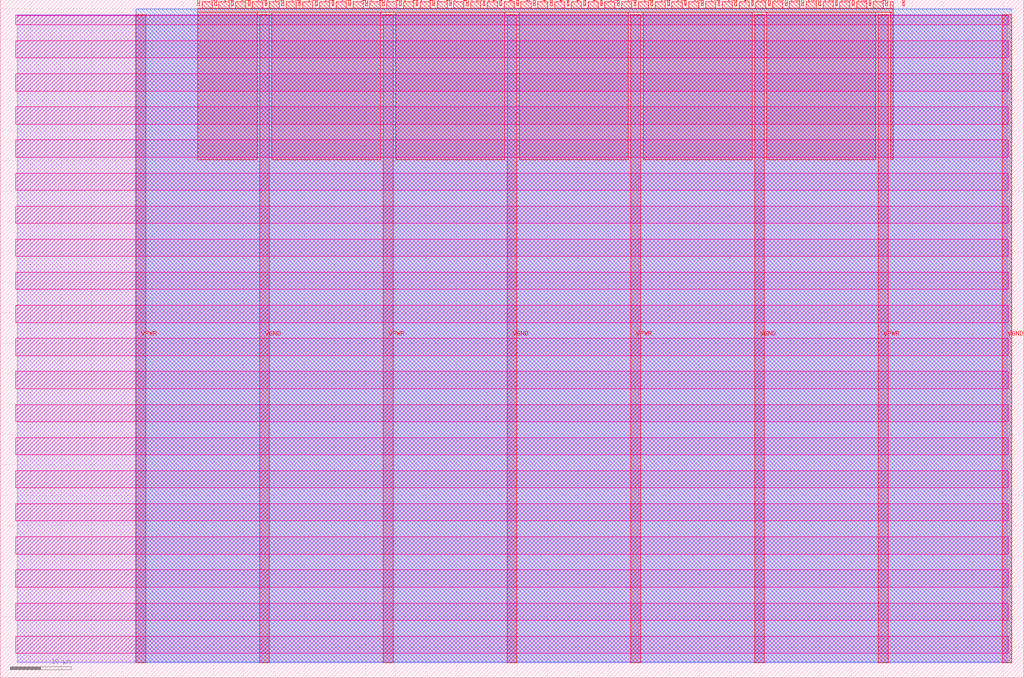
<source format=lef>
VERSION 5.7 ;
  NOWIREEXTENSIONATPIN ON ;
  DIVIDERCHAR "/" ;
  BUSBITCHARS "[]" ;
MACRO tt_um_sap_1
  CLASS BLOCK ;
  FOREIGN tt_um_sap_1 ;
  ORIGIN 0.000 0.000 ;
  SIZE 168.360 BY 111.520 ;
  PIN VGND
    DIRECTION INOUT ;
    USE GROUND ;
    PORT
      LAYER met4 ;
        RECT 42.670 2.480 44.270 109.040 ;
    END
    PORT
      LAYER met4 ;
        RECT 83.380 2.480 84.980 109.040 ;
    END
    PORT
      LAYER met4 ;
        RECT 124.090 2.480 125.690 109.040 ;
    END
    PORT
      LAYER met4 ;
        RECT 164.800 2.480 166.400 109.040 ;
    END
  END VGND
  PIN VPWR
    DIRECTION INOUT ;
    USE POWER ;
    PORT
      LAYER met4 ;
        RECT 22.315 2.480 23.915 109.040 ;
    END
    PORT
      LAYER met4 ;
        RECT 63.025 2.480 64.625 109.040 ;
    END
    PORT
      LAYER met4 ;
        RECT 103.735 2.480 105.335 109.040 ;
    END
    PORT
      LAYER met4 ;
        RECT 144.445 2.480 146.045 109.040 ;
    END
  END VPWR
  PIN clk
    DIRECTION INPUT ;
    USE SIGNAL ;
    ANTENNAGATEAREA 0.852000 ;
    PORT
      LAYER met4 ;
        RECT 145.670 110.520 145.970 111.520 ;
    END
  END clk
  PIN ena
    DIRECTION INPUT ;
    USE SIGNAL ;
    PORT
      LAYER met4 ;
        RECT 148.430 110.520 148.730 111.520 ;
    END
  END ena
  PIN rst_n
    DIRECTION INPUT ;
    USE SIGNAL ;
    ANTENNAGATEAREA 0.159000 ;
    PORT
      LAYER met4 ;
        RECT 142.910 110.520 143.210 111.520 ;
    END
  END rst_n
  PIN ui_in[0]
    DIRECTION INPUT ;
    USE SIGNAL ;
    PORT
      LAYER met4 ;
        RECT 140.150 110.520 140.450 111.520 ;
    END
  END ui_in[0]
  PIN ui_in[1]
    DIRECTION INPUT ;
    USE SIGNAL ;
    PORT
      LAYER met4 ;
        RECT 137.390 110.520 137.690 111.520 ;
    END
  END ui_in[1]
  PIN ui_in[2]
    DIRECTION INPUT ;
    USE SIGNAL ;
    PORT
      LAYER met4 ;
        RECT 134.630 110.520 134.930 111.520 ;
    END
  END ui_in[2]
  PIN ui_in[3]
    DIRECTION INPUT ;
    USE SIGNAL ;
    PORT
      LAYER met4 ;
        RECT 131.870 110.520 132.170 111.520 ;
    END
  END ui_in[3]
  PIN ui_in[4]
    DIRECTION INPUT ;
    USE SIGNAL ;
    PORT
      LAYER met4 ;
        RECT 129.110 110.520 129.410 111.520 ;
    END
  END ui_in[4]
  PIN ui_in[5]
    DIRECTION INPUT ;
    USE SIGNAL ;
    PORT
      LAYER met4 ;
        RECT 126.350 110.520 126.650 111.520 ;
    END
  END ui_in[5]
  PIN ui_in[6]
    DIRECTION INPUT ;
    USE SIGNAL ;
    PORT
      LAYER met4 ;
        RECT 123.590 110.520 123.890 111.520 ;
    END
  END ui_in[6]
  PIN ui_in[7]
    DIRECTION INPUT ;
    USE SIGNAL ;
    PORT
      LAYER met4 ;
        RECT 120.830 110.520 121.130 111.520 ;
    END
  END ui_in[7]
  PIN uio_in[0]
    DIRECTION INPUT ;
    USE SIGNAL ;
    PORT
      LAYER met4 ;
        RECT 118.070 110.520 118.370 111.520 ;
    END
  END uio_in[0]
  PIN uio_in[1]
    DIRECTION INPUT ;
    USE SIGNAL ;
    PORT
      LAYER met4 ;
        RECT 115.310 110.520 115.610 111.520 ;
    END
  END uio_in[1]
  PIN uio_in[2]
    DIRECTION INPUT ;
    USE SIGNAL ;
    PORT
      LAYER met4 ;
        RECT 112.550 110.520 112.850 111.520 ;
    END
  END uio_in[2]
  PIN uio_in[3]
    DIRECTION INPUT ;
    USE SIGNAL ;
    PORT
      LAYER met4 ;
        RECT 109.790 110.520 110.090 111.520 ;
    END
  END uio_in[3]
  PIN uio_in[4]
    DIRECTION INPUT ;
    USE SIGNAL ;
    PORT
      LAYER met4 ;
        RECT 107.030 110.520 107.330 111.520 ;
    END
  END uio_in[4]
  PIN uio_in[5]
    DIRECTION INPUT ;
    USE SIGNAL ;
    PORT
      LAYER met4 ;
        RECT 104.270 110.520 104.570 111.520 ;
    END
  END uio_in[5]
  PIN uio_in[6]
    DIRECTION INPUT ;
    USE SIGNAL ;
    PORT
      LAYER met4 ;
        RECT 101.510 110.520 101.810 111.520 ;
    END
  END uio_in[6]
  PIN uio_in[7]
    DIRECTION INPUT ;
    USE SIGNAL ;
    PORT
      LAYER met4 ;
        RECT 98.750 110.520 99.050 111.520 ;
    END
  END uio_in[7]
  PIN uio_oe[0]
    DIRECTION OUTPUT TRISTATE ;
    USE SIGNAL ;
    PORT
      LAYER met4 ;
        RECT 51.830 110.520 52.130 111.520 ;
    END
  END uio_oe[0]
  PIN uio_oe[1]
    DIRECTION OUTPUT TRISTATE ;
    USE SIGNAL ;
    PORT
      LAYER met4 ;
        RECT 49.070 110.520 49.370 111.520 ;
    END
  END uio_oe[1]
  PIN uio_oe[2]
    DIRECTION OUTPUT TRISTATE ;
    USE SIGNAL ;
    PORT
      LAYER met4 ;
        RECT 46.310 110.520 46.610 111.520 ;
    END
  END uio_oe[2]
  PIN uio_oe[3]
    DIRECTION OUTPUT TRISTATE ;
    USE SIGNAL ;
    PORT
      LAYER met4 ;
        RECT 43.550 110.520 43.850 111.520 ;
    END
  END uio_oe[3]
  PIN uio_oe[4]
    DIRECTION OUTPUT TRISTATE ;
    USE SIGNAL ;
    PORT
      LAYER met4 ;
        RECT 40.790 110.520 41.090 111.520 ;
    END
  END uio_oe[4]
  PIN uio_oe[5]
    DIRECTION OUTPUT TRISTATE ;
    USE SIGNAL ;
    PORT
      LAYER met4 ;
        RECT 38.030 110.520 38.330 111.520 ;
    END
  END uio_oe[5]
  PIN uio_oe[6]
    DIRECTION OUTPUT TRISTATE ;
    USE SIGNAL ;
    PORT
      LAYER met4 ;
        RECT 35.270 110.520 35.570 111.520 ;
    END
  END uio_oe[6]
  PIN uio_oe[7]
    DIRECTION OUTPUT TRISTATE ;
    USE SIGNAL ;
    PORT
      LAYER met4 ;
        RECT 32.510 110.520 32.810 111.520 ;
    END
  END uio_oe[7]
  PIN uio_out[0]
    DIRECTION OUTPUT TRISTATE ;
    USE SIGNAL ;
    PORT
      LAYER met4 ;
        RECT 73.910 110.520 74.210 111.520 ;
    END
  END uio_out[0]
  PIN uio_out[1]
    DIRECTION OUTPUT TRISTATE ;
    USE SIGNAL ;
    PORT
      LAYER met4 ;
        RECT 71.150 110.520 71.450 111.520 ;
    END
  END uio_out[1]
  PIN uio_out[2]
    DIRECTION OUTPUT TRISTATE ;
    USE SIGNAL ;
    PORT
      LAYER met4 ;
        RECT 68.390 110.520 68.690 111.520 ;
    END
  END uio_out[2]
  PIN uio_out[3]
    DIRECTION OUTPUT TRISTATE ;
    USE SIGNAL ;
    PORT
      LAYER met4 ;
        RECT 65.630 110.520 65.930 111.520 ;
    END
  END uio_out[3]
  PIN uio_out[4]
    DIRECTION OUTPUT TRISTATE ;
    USE SIGNAL ;
    PORT
      LAYER met4 ;
        RECT 62.870 110.520 63.170 111.520 ;
    END
  END uio_out[4]
  PIN uio_out[5]
    DIRECTION OUTPUT TRISTATE ;
    USE SIGNAL ;
    PORT
      LAYER met4 ;
        RECT 60.110 110.520 60.410 111.520 ;
    END
  END uio_out[5]
  PIN uio_out[6]
    DIRECTION OUTPUT TRISTATE ;
    USE SIGNAL ;
    PORT
      LAYER met4 ;
        RECT 57.350 110.520 57.650 111.520 ;
    END
  END uio_out[6]
  PIN uio_out[7]
    DIRECTION OUTPUT TRISTATE ;
    USE SIGNAL ;
    PORT
      LAYER met4 ;
        RECT 54.590 110.520 54.890 111.520 ;
    END
  END uio_out[7]
  PIN uo_out[0]
    DIRECTION OUTPUT TRISTATE ;
    USE SIGNAL ;
    ANTENNAGATEAREA 0.504000 ;
    ANTENNADIFFAREA 0.891000 ;
    PORT
      LAYER met4 ;
        RECT 95.990 110.520 96.290 111.520 ;
    END
  END uo_out[0]
  PIN uo_out[1]
    DIRECTION OUTPUT TRISTATE ;
    USE SIGNAL ;
    ANTENNAGATEAREA 0.504000 ;
    ANTENNADIFFAREA 0.891000 ;
    PORT
      LAYER met4 ;
        RECT 93.230 110.520 93.530 111.520 ;
    END
  END uo_out[1]
  PIN uo_out[2]
    DIRECTION OUTPUT TRISTATE ;
    USE SIGNAL ;
    ANTENNAGATEAREA 0.504000 ;
    ANTENNADIFFAREA 0.891000 ;
    PORT
      LAYER met4 ;
        RECT 90.470 110.520 90.770 111.520 ;
    END
  END uo_out[2]
  PIN uo_out[3]
    DIRECTION OUTPUT TRISTATE ;
    USE SIGNAL ;
    ANTENNAGATEAREA 0.504000 ;
    ANTENNADIFFAREA 0.891000 ;
    PORT
      LAYER met4 ;
        RECT 87.710 110.520 88.010 111.520 ;
    END
  END uo_out[3]
  PIN uo_out[4]
    DIRECTION OUTPUT TRISTATE ;
    USE SIGNAL ;
    ANTENNAGATEAREA 0.378000 ;
    ANTENNADIFFAREA 0.891000 ;
    PORT
      LAYER met4 ;
        RECT 84.950 110.520 85.250 111.520 ;
    END
  END uo_out[4]
  PIN uo_out[5]
    DIRECTION OUTPUT TRISTATE ;
    USE SIGNAL ;
    ANTENNAGATEAREA 0.378000 ;
    ANTENNADIFFAREA 0.891000 ;
    PORT
      LAYER met4 ;
        RECT 82.190 110.520 82.490 111.520 ;
    END
  END uo_out[5]
  PIN uo_out[6]
    DIRECTION OUTPUT TRISTATE ;
    USE SIGNAL ;
    ANTENNAGATEAREA 0.378000 ;
    ANTENNADIFFAREA 0.891000 ;
    PORT
      LAYER met4 ;
        RECT 79.430 110.520 79.730 111.520 ;
    END
  END uo_out[6]
  PIN uo_out[7]
    DIRECTION OUTPUT TRISTATE ;
    USE SIGNAL ;
    ANTENNAGATEAREA 0.378000 ;
    ANTENNADIFFAREA 0.891000 ;
    PORT
      LAYER met4 ;
        RECT 76.670 110.520 76.970 111.520 ;
    END
  END uo_out[7]
  OBS
      LAYER nwell ;
        RECT 2.570 107.385 165.790 108.990 ;
        RECT 2.570 101.945 165.790 104.775 ;
        RECT 2.570 96.505 165.790 99.335 ;
        RECT 2.570 91.065 165.790 93.895 ;
        RECT 2.570 85.625 165.790 88.455 ;
        RECT 2.570 80.185 165.790 83.015 ;
        RECT 2.570 74.745 165.790 77.575 ;
        RECT 2.570 69.305 165.790 72.135 ;
        RECT 2.570 63.865 165.790 66.695 ;
        RECT 2.570 58.425 165.790 61.255 ;
        RECT 2.570 52.985 165.790 55.815 ;
        RECT 2.570 47.545 165.790 50.375 ;
        RECT 2.570 42.105 165.790 44.935 ;
        RECT 2.570 36.665 165.790 39.495 ;
        RECT 2.570 31.225 165.790 34.055 ;
        RECT 2.570 25.785 165.790 28.615 ;
        RECT 2.570 20.345 165.790 23.175 ;
        RECT 2.570 14.905 165.790 17.735 ;
        RECT 2.570 9.465 165.790 12.295 ;
        RECT 2.570 4.025 165.790 6.855 ;
      LAYER li1 ;
        RECT 2.760 2.635 165.600 108.885 ;
      LAYER met1 ;
        RECT 2.760 2.480 166.400 109.040 ;
      LAYER met2 ;
        RECT 22.345 2.535 166.370 110.005 ;
      LAYER met3 ;
        RECT 22.325 2.555 166.390 109.985 ;
      LAYER met4 ;
        RECT 33.210 110.120 34.870 111.170 ;
        RECT 35.970 110.120 37.630 111.170 ;
        RECT 38.730 110.120 40.390 111.170 ;
        RECT 41.490 110.120 43.150 111.170 ;
        RECT 44.250 110.120 45.910 111.170 ;
        RECT 47.010 110.120 48.670 111.170 ;
        RECT 49.770 110.120 51.430 111.170 ;
        RECT 52.530 110.120 54.190 111.170 ;
        RECT 55.290 110.120 56.950 111.170 ;
        RECT 58.050 110.120 59.710 111.170 ;
        RECT 60.810 110.120 62.470 111.170 ;
        RECT 63.570 110.120 65.230 111.170 ;
        RECT 66.330 110.120 67.990 111.170 ;
        RECT 69.090 110.120 70.750 111.170 ;
        RECT 71.850 110.120 73.510 111.170 ;
        RECT 74.610 110.120 76.270 111.170 ;
        RECT 77.370 110.120 79.030 111.170 ;
        RECT 80.130 110.120 81.790 111.170 ;
        RECT 82.890 110.120 84.550 111.170 ;
        RECT 85.650 110.120 87.310 111.170 ;
        RECT 88.410 110.120 90.070 111.170 ;
        RECT 91.170 110.120 92.830 111.170 ;
        RECT 93.930 110.120 95.590 111.170 ;
        RECT 96.690 110.120 98.350 111.170 ;
        RECT 99.450 110.120 101.110 111.170 ;
        RECT 102.210 110.120 103.870 111.170 ;
        RECT 104.970 110.120 106.630 111.170 ;
        RECT 107.730 110.120 109.390 111.170 ;
        RECT 110.490 110.120 112.150 111.170 ;
        RECT 113.250 110.120 114.910 111.170 ;
        RECT 116.010 110.120 117.670 111.170 ;
        RECT 118.770 110.120 120.430 111.170 ;
        RECT 121.530 110.120 123.190 111.170 ;
        RECT 124.290 110.120 125.950 111.170 ;
        RECT 127.050 110.120 128.710 111.170 ;
        RECT 129.810 110.120 131.470 111.170 ;
        RECT 132.570 110.120 134.230 111.170 ;
        RECT 135.330 110.120 136.990 111.170 ;
        RECT 138.090 110.120 139.750 111.170 ;
        RECT 140.850 110.120 142.510 111.170 ;
        RECT 143.610 110.120 145.270 111.170 ;
        RECT 146.370 110.120 146.905 111.170 ;
        RECT 32.495 109.440 146.905 110.120 ;
        RECT 32.495 85.175 42.270 109.440 ;
        RECT 44.670 85.175 62.625 109.440 ;
        RECT 65.025 85.175 82.980 109.440 ;
        RECT 85.380 85.175 103.335 109.440 ;
        RECT 105.735 85.175 123.690 109.440 ;
        RECT 126.090 85.175 144.045 109.440 ;
        RECT 146.445 85.175 146.905 109.440 ;
  END
END tt_um_sap_1
END LIBRARY


</source>
